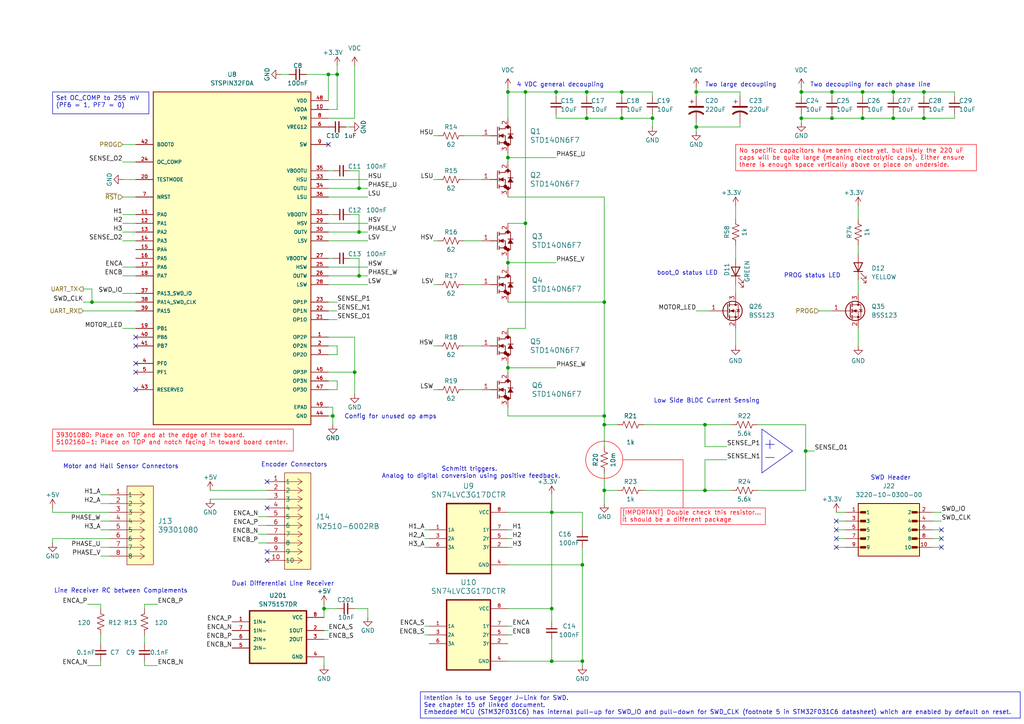
<source format=kicad_sch>
(kicad_sch (version 20231120) (generator "eeschema") (generator_version "8.0")
  (paper "A4")
  (junction (at 201.93 36.83))
  (junction (at 168.91 163.83))
  (junction (at 267.97 34.29))
  (junction (at 104.14 80.01))
  (junction (at 241.3 34.29))
  (junction (at 267.97 26.67))
  (junction (at 170.18 26.67))
  (junction (at 180.34 34.29))
  (junction (at 147.32 26.67))
  (junction (at 175.26 120.65))
  (junction (at 204.47 142.24))
  (junction (at 259.08 34.29))
  (junction (at 189.23 34.29))
  (junction (at 232.41 26.67))
  (junction (at 104.14 67.31))
  (junction (at 241.3 26.67))
  (junction (at 104.14 54.61))
  (junction (at 201.93 26.67))
  (junction (at 147.32 45.72))
  (junction (at 160.02 191.77))
  (junction (at 175.26 87.63))
  (junction (at 102.87 107.95))
  (junction (at 147.32 106.68))
  (junction (at 26.67 87.63))
  (junction (at 259.08 26.67))
  (junction (at 232.41 34.29))
  (junction (at 97.79 21.59))
  (junction (at 168.91 191.77))
  (junction (at 170.18 34.29))
  (junction (at 233.68 130.81))
  (junction (at 95.25 21.59))
  (junction (at 204.47 123.19))
  (junction (at 147.32 76.2))
  (junction (at 152.4 26.67))
  (junction (at 250.19 34.29))
  (junction (at 250.19 26.67))
  (junction (at 161.29 26.67))
  (junction (at 175.26 123.19))
  (junction (at 160.02 148.59))
  (junction (at 180.34 26.67))
  (junction (at 93.98 176.53))
  (junction (at 160.02 176.53))
  (junction (at 152.4 64.77))
  (junction (at 175.26 142.24))
  (junction (at 96.52 120.65))
  (no_connect (at 39.37 105.41))
  (no_connect (at 77.47 160.02))
  (no_connect (at 273.05 158.75))
  (no_connect (at 39.37 100.33))
  (no_connect (at 77.47 139.7))
  (no_connect (at 95.25 41.91))
  (no_connect (at 242.57 156.21))
  (no_connect (at 77.47 162.56))
  (no_connect (at 242.57 158.75))
  (no_connect (at 77.47 147.32))
  (no_connect (at 242.57 153.67))
  (no_connect (at 273.05 153.67))
  (no_connect (at 39.37 97.79))
  (no_connect (at 39.37 107.95))
  (no_connect (at 242.57 151.13))
  (no_connect (at 39.37 113.03))
  (no_connect (at 273.05 156.21))
  (wire (pts (xy 95.25 92.71) (xy 97.79 92.71)))
  (wire (pts (xy 270.51 156.21) (xy 273.05 156.21)))
  (wire (pts (xy 267.97 26.67) (xy 276.86 26.67)))
  (wire (pts (xy 204.47 133.35) (xy 210.82 133.35)))
  (wire (pts (xy 241.3 33.02) (xy 241.3 34.29)))
  (wire (pts (xy 95.25 118.11) (xy 96.52 118.11)))
  (wire (pts (xy 168.91 148.59) (xy 168.91 153.67)))
  (wire (pts (xy 175.26 123.19) (xy 175.26 129.54)))
  (wire (pts (xy 161.29 26.67) (xy 170.18 26.67)))
  (polyline (pts (xy 223.3156 128.8822) (xy 223.3156 130.1522)))
  (wire (pts (xy 95.25 21.59) (xy 95.25 29.21)))
  (wire (pts (xy 170.18 33.02) (xy 170.18 34.29)))
  (wire (pts (xy 97.79 113.03) (xy 97.79 110.49)))
  (wire (pts (xy 101.6 62.23) (xy 104.14 62.23)))
  (wire (pts (xy 242.57 151.13) (xy 245.11 151.13)))
  (polyline (pts (xy 220.98 124.46) (xy 220.98 137.16)))
  (wire (pts (xy 242.57 153.67) (xy 245.11 153.67)))
  (wire (pts (xy 29.21 151.13) (xy 31.75 151.13)))
  (wire (pts (xy 148.59 156.21) (xy 147.32 156.21)))
  (wire (pts (xy 267.97 34.29) (xy 276.86 34.29)))
  (wire (pts (xy 95.25 90.17) (xy 97.79 90.17)))
  (wire (pts (xy 201.93 25.4) (xy 201.93 26.67)))
  (polyline (pts (xy 222.0456 132.6922) (xy 224.5856 132.6922)))
  (wire (pts (xy 134.62 82.55) (xy 139.7 82.55)))
  (wire (pts (xy 95.25 120.65) (xy 96.52 120.65)))
  (wire (pts (xy 41.91 191.77) (xy 41.91 193.04)))
  (wire (pts (xy 88.9 21.59) (xy 95.25 21.59)))
  (wire (pts (xy 147.32 87.63) (xy 175.26 87.63)))
  (wire (pts (xy 106.68 69.85) (xy 95.25 69.85)))
  (wire (pts (xy 186.69 142.24) (xy 204.47 142.24)))
  (wire (pts (xy 134.62 113.03) (xy 139.7 113.03)))
  (wire (pts (xy 250.19 26.67) (xy 259.08 26.67)))
  (wire (pts (xy 35.56 64.77) (xy 39.37 64.77)))
  (wire (pts (xy 232.41 34.29) (xy 232.41 35.56)))
  (wire (pts (xy 102.87 176.53) (xy 106.68 176.53)))
  (wire (pts (xy 102.87 107.95) (xy 102.87 114.3)))
  (wire (pts (xy 26.67 87.63) (xy 39.37 87.63)))
  (wire (pts (xy 201.93 27.94) (xy 201.93 26.67)))
  (wire (pts (xy 214.63 26.67) (xy 214.63 27.94)))
  (wire (pts (xy 213.36 95.25) (xy 213.36 100.33)))
  (wire (pts (xy 147.32 44.45) (xy 147.32 45.72)))
  (wire (pts (xy 29.21 184.15) (xy 29.21 186.69)))
  (wire (pts (xy 74.93 154.94) (xy 77.47 154.94)))
  (wire (pts (xy 148.59 158.75) (xy 147.32 158.75)))
  (wire (pts (xy 248.92 71.12) (xy 248.92 73.66)))
  (wire (pts (xy 81.28 21.59) (xy 83.82 21.59)))
  (wire (pts (xy 241.3 34.29) (xy 250.19 34.29)))
  (wire (pts (xy 123.19 184.15) (xy 124.46 184.15)))
  (wire (pts (xy 160.02 185.42) (xy 160.02 191.77)))
  (wire (pts (xy 123.19 156.21) (xy 124.46 156.21)))
  (wire (pts (xy 35.56 77.47) (xy 39.37 77.47)))
  (wire (pts (xy 241.3 26.67) (xy 241.3 27.94)))
  (wire (pts (xy 25.4 193.04) (xy 29.21 193.04)))
  (wire (pts (xy 96.52 120.65) (xy 96.52 123.19)))
  (wire (pts (xy 267.97 26.67) (xy 267.97 27.94)))
  (wire (pts (xy 125.73 113.03) (xy 127 113.03)))
  (wire (pts (xy 35.56 95.25) (xy 39.37 95.25)))
  (wire (pts (xy 147.32 26.67) (xy 147.32 34.29)))
  (wire (pts (xy 35.56 85.09) (xy 39.37 85.09)))
  (wire (pts (xy 233.68 130.81) (xy 236.22 130.81)))
  (wire (pts (xy 160.02 176.53) (xy 160.02 180.34)))
  (wire (pts (xy 97.79 102.87) (xy 97.79 100.33)))
  (wire (pts (xy 24.13 83.82) (xy 26.67 83.82)))
  (wire (pts (xy 41.91 175.26) (xy 41.91 176.53)))
  (polyline (pts (xy 180.711 133.3548) (xy 198.12 133.35)) (stroke (width 0) (color 255 0 13 1)))
  (wire (pts (xy 232.41 26.67) (xy 241.3 26.67)))
  (wire (pts (xy 125.73 52.07) (xy 127 52.07)))
  (wire (pts (xy 95.25 80.01) (xy 104.14 80.01)))
  (wire (pts (xy 201.93 36.83) (xy 201.93 38.1)))
  (wire (pts (xy 95.25 185.42) (xy 93.98 185.42)))
  (wire (pts (xy 95.25 113.03) (xy 97.79 113.03)))
  (wire (pts (xy 104.14 54.61) (xy 106.68 54.61)))
  (wire (pts (xy 35.56 67.31) (xy 39.37 67.31)))
  (wire (pts (xy 96.52 118.11) (xy 96.52 120.65)))
  (wire (pts (xy 189.23 26.67) (xy 189.23 27.94)))
  (wire (pts (xy 175.26 137.16) (xy 175.26 142.24)))
  (wire (pts (xy 102.87 97.79) (xy 102.87 107.95)))
  (wire (pts (xy 152.4 26.67) (xy 161.29 26.67)))
  (wire (pts (xy 147.32 105.41) (xy 147.32 106.68)))
  (wire (pts (xy 95.25 82.55) (xy 106.68 82.55)))
  (wire (pts (xy 35.56 80.01) (xy 39.37 80.01)))
  (wire (pts (xy 104.14 80.01) (xy 106.68 80.01)))
  (wire (pts (xy 248.92 81.28) (xy 248.92 85.09)))
  (wire (pts (xy 60.96 144.78) (xy 77.47 144.78)))
  (wire (pts (xy 175.26 142.24) (xy 175.26 146.05)))
  (wire (pts (xy 250.19 26.67) (xy 250.19 27.94)))
  (wire (pts (xy 125.73 39.37) (xy 127 39.37)))
  (wire (pts (xy 104.14 74.93) (xy 104.14 80.01)))
  (wire (pts (xy 24.13 87.63) (xy 26.67 87.63)))
  (wire (pts (xy 29.21 175.26) (xy 29.21 176.53)))
  (wire (pts (xy 97.79 21.59) (xy 97.79 31.75)))
  (wire (pts (xy 168.91 158.75) (xy 168.91 163.83)))
  (wire (pts (xy 95.25 107.95) (xy 102.87 107.95)))
  (wire (pts (xy 95.25 77.47) (xy 106.68 77.47)))
  (wire (pts (xy 175.26 123.19) (xy 179.07 123.19)))
  (wire (pts (xy 160.02 148.59) (xy 160.02 176.53)))
  (wire (pts (xy 15.24 148.59) (xy 15.24 147.32)))
  (wire (pts (xy 248.92 95.25) (xy 248.92 100.33)))
  (wire (pts (xy 168.91 163.83) (xy 168.91 191.77)))
  (wire (pts (xy 29.21 153.67) (xy 31.75 153.67)))
  (wire (pts (xy 95.25 102.87) (xy 97.79 102.87)))
  (wire (pts (xy 77.47 152.4) (xy 74.93 152.4)))
  (wire (pts (xy 31.75 148.59) (xy 15.24 148.59)))
  (wire (pts (xy 95.25 87.63) (xy 97.79 87.63)))
  (wire (pts (xy 95.25 97.79) (xy 102.87 97.79)))
  (wire (pts (xy 270.51 148.59) (xy 273.05 148.59)))
  (wire (pts (xy 232.41 26.67) (xy 232.41 27.94)))
  (wire (pts (xy 134.62 52.07) (xy 139.7 52.07)))
  (wire (pts (xy 147.32 57.15) (xy 175.26 57.15)))
  (wire (pts (xy 232.41 33.02) (xy 232.41 34.29)))
  (wire (pts (xy 204.47 129.54) (xy 210.82 129.54)))
  (wire (pts (xy 214.63 36.83) (xy 214.63 35.56)))
  (wire (pts (xy 204.47 123.19) (xy 186.69 123.19)))
  (wire (pts (xy 35.56 41.91) (xy 39.37 41.91)))
  (wire (pts (xy 189.23 34.29) (xy 189.23 33.02)))
  (polyline (pts (xy 223.3156 127.6122) (xy 223.3156 128.8822)))
  (wire (pts (xy 160.02 148.59) (xy 168.91 148.59)))
  (wire (pts (xy 259.08 26.67) (xy 259.08 27.94)))
  (wire (pts (xy 219.71 142.24) (xy 233.68 142.24)))
  (wire (pts (xy 152.4 64.77) (xy 147.32 64.77)))
  (wire (pts (xy 104.14 62.23) (xy 104.14 67.31)))
  (wire (pts (xy 148.59 153.67) (xy 147.32 153.67)))
  (wire (pts (xy 147.32 184.15) (xy 148.59 184.15)))
  (wire (pts (xy 93.98 175.26) (xy 93.98 176.53)))
  (wire (pts (xy 160.02 191.77) (xy 168.91 191.77)))
  (wire (pts (xy 259.08 26.67) (xy 267.97 26.67)))
  (wire (pts (xy 74.93 149.86) (xy 77.47 149.86)))
  (wire (pts (xy 233.68 130.81) (xy 233.68 142.24)))
  (wire (pts (xy 95.25 52.07) (xy 106.68 52.07)))
  (wire (pts (xy 241.3 26.67) (xy 250.19 26.67)))
  (polyline (pts (xy 220.98 137.16) (xy 229.87 130.81)))
  (wire (pts (xy 95.25 57.15) (xy 106.68 57.15)))
  (wire (pts (xy 180.34 34.29) (xy 189.23 34.29)))
  (wire (pts (xy 104.14 49.53) (xy 104.14 54.61)))
  (wire (pts (xy 95.25 100.33) (xy 97.79 100.33)))
  (wire (pts (xy 201.93 26.67) (xy 214.63 26.67)))
  (wire (pts (xy 175.26 87.63) (xy 175.26 120.65)))
  (wire (pts (xy 242.57 148.59) (xy 245.11 148.59)))
  (wire (pts (xy 123.19 181.61) (xy 124.46 181.61)))
  (wire (pts (xy 204.47 129.54) (xy 204.47 123.19)))
  (wire (pts (xy 100.33 36.83) (xy 101.6 36.83)))
  (wire (pts (xy 201.93 35.56) (xy 201.93 36.83)))
  (wire (pts (xy 201.93 90.17) (xy 205.74 90.17)))
  (wire (pts (xy 201.93 36.83) (xy 214.63 36.83)))
  (wire (pts (xy 95.25 110.49) (xy 97.79 110.49)))
  (wire (pts (xy 106.68 64.77) (xy 95.25 64.77)))
  (wire (pts (xy 213.36 59.69) (xy 213.36 63.5)))
  (wire (pts (xy 160.02 143.51) (xy 160.02 148.59)))
  (wire (pts (xy 152.4 64.77) (xy 152.4 95.25)))
  (wire (pts (xy 204.47 142.24) (xy 212.09 142.24)))
  (wire (pts (xy 93.98 190.5) (xy 93.98 193.04)))
  (wire (pts (xy 175.26 142.24) (xy 179.07 142.24)))
  (wire (pts (xy 233.68 123.19) (xy 233.68 130.81)))
  (wire (pts (xy 35.56 57.15) (xy 39.37 57.15)))
  (wire (pts (xy 15.24 156.21) (xy 15.24 157.48)))
  (wire (pts (xy 123.19 158.75) (xy 124.46 158.75)))
  (wire (pts (xy 125.73 69.85) (xy 127 69.85)))
  (wire (pts (xy 29.21 146.05) (xy 31.75 146.05)))
  (wire (pts (xy 213.36 71.12) (xy 213.36 74.93)))
  (wire (pts (xy 101.6 74.93) (xy 104.14 74.93)))
  (wire (pts (xy 147.32 106.68) (xy 147.32 107.95)))
  (wire (pts (xy 180.34 26.67) (xy 180.34 27.94)))
  (wire (pts (xy 31.75 156.21) (xy 15.24 156.21)))
  (wire (pts (xy 152.4 26.67) (xy 152.4 64.77)))
  (wire (pts (xy 147.32 95.25) (xy 152.4 95.25)))
  (wire (pts (xy 147.32 25.4) (xy 147.32 26.67)))
  (wire (pts (xy 95.25 62.23) (xy 96.52 62.23)))
  (wire (pts (xy 147.32 76.2) (xy 161.29 76.2)))
  (wire (pts (xy 147.32 76.2) (xy 147.32 77.47)))
  (wire (pts (xy 102.87 19.05) (xy 102.87 34.29)))
  (wire (pts (xy 270.51 153.67) (xy 273.05 153.67)))
  (wire (pts (xy 25.4 175.26) (xy 29.21 175.26)))
  (wire (pts (xy 270.51 158.75) (xy 273.05 158.75)))
  (wire (pts (xy 147.32 120.65) (xy 147.32 118.11)))
  (wire (pts (xy 232.41 34.29) (xy 241.3 34.29)))
  (wire (pts (xy 95.25 34.29) (xy 102.87 34.29)))
  (wire (pts (xy 213.36 82.55) (xy 213.36 85.09)))
  (wire (pts (xy 242.57 158.75) (xy 245.11 158.75)))
  (wire (pts (xy 147.32 45.72) (xy 147.32 46.99)))
  (wire (pts (xy 259.08 33.02) (xy 259.08 34.29)))
  (wire (pts (xy 24.13 90.17) (xy 39.37 90.17)))
  (wire (pts (xy 97.79 31.75) (xy 95.25 31.75)))
  (wire (pts (xy 276.86 33.02) (xy 276.86 34.29)))
  (wire (pts (xy 29.21 191.77) (xy 29.21 193.04)))
  (wire (pts (xy 45.72 193.04) (xy 41.91 193.04)))
  (wire (pts (xy 134.62 69.85) (xy 139.7 69.85)))
  (polyline (pts (xy 220.98 124.46) (xy 229.87 130.81)))
  (wire (pts (xy 250.19 33.02) (xy 250.19 34.29)))
  (wire (pts (xy 41.91 184.15) (xy 41.91 186.69)))
  (wire (pts (xy 189.23 34.29) (xy 189.23 36.83)))
  (wire (pts (xy 35.56 69.85) (xy 39.37 69.85)))
  (wire (pts (xy 147.32 181.61) (xy 148.59 181.61)))
  (wire (pts (xy 29.21 161.29) (xy 31.75 161.29)))
  (wire (pts (xy 170.18 34.29) (xy 180.34 34.29)))
  (polyline (pts (xy 222.0456 128.8822) (xy 224.5856 128.8822)))
  (wire (pts (xy 101.6 49.53) (xy 104.14 49.53)))
  (wire (pts (xy 168.91 191.77) (xy 168.91 193.04)))
  (polyline (pts (xy 198.12 147.32) (xy 198.12 133.35)) (stroke (width 0) (color 255 0 13 1)))
  (wire (pts (xy 95.25 182.88) (xy 93.98 182.88)))
  (wire (pts (xy 242.57 156.21) (xy 245.11 156.21)))
  (wire (pts (xy 267.97 33.02) (xy 267.97 34.29)))
  (wire (pts (xy 237.49 90.17) (xy 241.3 90.17)))
  (wire (pts (xy 95.25 21.59) (xy 97.79 21.59)))
  (wire (pts (xy 147.32 74.93) (xy 147.32 76.2)))
  (wire (pts (xy 95.25 54.61) (xy 104.14 54.61)))
  (wire (pts (xy 232.41 25.4) (xy 232.41 26.67)))
  (wire (pts (xy 104.14 67.31) (xy 106.68 67.31)))
  (wire (pts (xy 95.25 49.53) (xy 96.52 49.53)))
  (wire (pts (xy 250.19 34.29) (xy 259.08 34.29)))
  (wire (pts (xy 147.32 148.59) (xy 160.02 148.59)))
  (wire (pts (xy 147.32 120.65) (xy 175.26 120.65)))
  (wire (pts (xy 29.21 158.75) (xy 31.75 158.75)))
  (wire (pts (xy 97.79 19.05) (xy 97.79 21.59)))
  (wire (pts (xy 147.32 163.83) (xy 168.91 163.83)))
  (wire (pts (xy 35.56 52.07) (xy 39.37 52.07)))
  (wire (pts (xy 276.86 26.67) (xy 276.86 27.94)))
  (wire (pts (xy 125.73 82.55) (xy 127 82.55)))
  (wire (pts (xy 45.72 175.26) (xy 41.91 175.26)))
  (wire (pts (xy 147.32 45.72) (xy 161.29 45.72)))
  (wire (pts (xy 147.32 26.67) (xy 152.4 26.67)))
  (wire (pts (xy 180.34 34.29) (xy 180.34 33.02)))
  (wire (pts (xy 95.25 67.31) (xy 104.14 67.31)))
  (wire (pts (xy 219.71 123.19) (xy 233.68 123.19)))
  (wire (pts (xy 125.73 100.33) (xy 127 100.33)))
  (wire (pts (xy 29.21 143.51) (xy 31.75 143.51)))
  (wire (pts (xy 270.51 151.13) (xy 273.05 151.13)))
  (wire (pts (xy 95.25 74.93) (xy 96.52 74.93)))
  (wire (pts (xy 161.29 33.02) (xy 161.29 34.29)))
  (wire (pts (xy 106.68 176.53) (xy 106.68 179.07)))
  (wire (pts (xy 170.18 26.67) (xy 180.34 26.67)))
  (wire (pts (xy 175.26 120.65) (xy 175.26 123.19)))
  (wire (pts (xy 161.29 26.67) (xy 161.29 27.94)))
  (wire (pts (xy 170.18 26.67) (xy 170.18 27.94)))
  (wire (pts (xy 248.92 59.69) (xy 248.92 63.5)))
  (wire (pts (xy 204.47 123.19) (xy 212.09 123.19)))
  (wire (pts (xy 77.47 142.24) (xy 60.96 142.24)))
  (wire (pts (xy 147.32 176.53) (xy 160.02 176.53)))
  (wire (pts (xy 123.19 153.67) (xy 124.46 153.67)))
  (wire (pts (xy 35.56 62.23) (xy 39.37 62.23)))
  (wire (pts (xy 93.98 176.53) (xy 97.79 176.53)))
  (wire (pts (xy 35.56 46.99) (xy 39.37 46.99)))
  (wire (pts (xy 134.62 100.33) (xy 139.7 100.33)))
  (wire (pts (xy 147.32 191.77) (xy 160.02 191.77)))
  (wire (pts (xy 134.62 39.37) (xy 139.7 39.37)))
  (wire (pts (xy 204.47 133.35) (xy 204.47 142.24)))
  (wire (pts (xy 161.29 34.29) (xy 170.18 34.29)))
  (wire (pts (xy 175.26 57.15) (xy 175.26 87.63)))
  (wire (pts (xy 147.32 106.68) (xy 161.29 106.68)))
  (wire (pts (xy 77.47 157.48) (xy 74.93 157.48)))
  (wire (pts (xy 26.67 83.82) (xy 26.67 87.63)))
  (wire (pts (xy 259.08 34.29) (xy 267.97 34.29)))
  (wire (pts (xy 93.98 176.53) (xy 93.98 179.07)))
  (wire (pts (xy 180.34 26.67) (xy 189.23 26.67)))
  (rectangle (start 180.086 147.32) (end 221.996 152.146) (stroke (width 0) (color 255 0 17 1)))
  (circle (center 175.26 133.35) (radius 5.3882) (stroke (width 0) (color 255 0 15 1)))
  (text_box "Set OC_COMP to 255 mV (PF6 = 1, PF7 = 0)" (at 15.24 26.67 0) (size 27.94 6.35) (effects (font (size 1.27 1.27)) (justify left top)))
  (text_box "39301080: Place on TOP and at the edge of the board.\n5102160-1: Place on TOP and notch facing in toward board center." (at 15.24 124.46 0) (size 69.85 6.35) (stroke (width 0) (color 255 0 11 1)) (effects (font (size 1.27 1.27)) (justify left top)))
  (text_box "Intention is to use Segger J-Link for SWD.\nSee chapter 15 of linked document.\nEmbedded MCU (STM32F031C6) has internal pull-up for SWD_IO and pull-down for SWD_CLK (footnote 5 in STM32F031C6 datasheet) which are enabled by default on reset." (at 121.92 200.66 0) (size 173.99 7.62) (effects (font (size 1.27 1.27)) (justify left top)))
  (text_box "No specific capacitors have been chose yet, but likely the 220 uF caps will be quite large (meaning electrolytic caps). Either ensure there is enough space vertically above or place on underside." (at 213.36 41.91 0) (size 69.85 7.62) (stroke (width 0) (color 255 0 11 1)) (effects (font (size 1.27 1.27)) (justify left top)))
  (text "PROG status LED" (at 227.33 80.772 0) (effects (font (size 1.27 1.27)) (justify left bottom)))
  (text "Two large decoupling" (at 204.47 25.4 0) (effects (font (size 1.27 1.27)) (justify left bottom)))
  (text "[IMPORTANT] Double check this resistor...\nIt should be a different package" (at 180.34 149.86 0) (effects (font (size 1.27 1.27)) (justify left)))
  (text "Dual Differential Line Receiver\n" (at 82.042 169.418 0) (effects (font (size 1.27 1.27))))
  (text "Config for unused op amps" (at 113.284 120.904 0) (effects (font (size 1.27 1.27))))
  (text "Encoder Connectors" (at 85.344 134.874 0) (effects (font (size 1.27 1.27))))
  (text "Line Receiver RC between Complements" (at 35.052 171.45 0) (effects (font (size 1.27 1.27))))
  (text "Motor and Hall Sensor Connectors" (at 35.052 135.382 0) (effects (font (size 1.27 1.27))))
  (text "Schmitt triggers. \nAnalog to digital conversion using positive feedback." (at 136.652 137.16 0) (effects (font (size 1.27 1.27))))
  (text "boot_0 status LED" (at 190.5 80.01 0) (effects (font (size 1.27 1.27)) (justify left bottom)))
  (text "SWD Header" (at 258.318 138.684 0) (effects (font (size 1.27 1.27))))
  (text "Two decoupling for each phase line" (at 234.95 25.4 0) (effects (font (size 1.27 1.27)) (justify left bottom)))
  (text "4 VDC general decoupling" (at 149.86 25.4 0) (effects (font (size 1.27 1.27)) (justify left bottom)))
  (text "Low Side BLDC Current Sensing" (at 204.978 116.332 0) (effects (font (size 1.27 1.27))))
  (label "PHASE_V" (at 161.29 76.2 0))
  (label "H3_A" (at 123.19 158.75 180))
  (label "H1_A" (at 29.21 143.51 180))
  (label "SWD_IO" (at 273.05 148.59 0))
  (label "PHASE_W" (at 29.21 151.13 180))
  (label "ENCA_P" (at 74.93 152.4 180))
  (label "SWD_CLK" (at 24.13 87.63 180))
  (label "PHASE_U" (at 161.29 45.72 0))
  (label "SENSE_O1" (at 236.22 130.81 0))
  (label "H3_A" (at 29.21 153.67 180))
  (label "ENCA_S" (at 95.25 182.88 0))
  (label "ENCB" (at 148.59 184.15 0))
  (label "HSW" (at 106.68 77.47 0))
  (label "SENSE_O2" (at 35.56 46.99 180))
  (label "SENSE_O1" (at 97.79 92.71 0))
  (label "H1" (at 148.59 153.67 0))
  (label "H2" (at 148.59 156.21 0))
  (label "MOTOR_LED" (at 35.56 95.25 180))
  (label "ENCA_N" (at 25.4 193.04 180))
  (label "HSU" (at 106.68 52.07 0))
  (label "ENCB_S" (at 123.19 184.15 180))
  (label "ENCA_N" (at 74.93 149.86 180))
  (label "HSV" (at 106.68 64.77 0))
  (label "ENCB_N" (at 45.72 193.04 0))
  (label "ENCB_S" (at 95.25 185.42 0))
  (label "PHASE_U" (at 29.21 158.75 180))
  (label "PHASE_V" (at 29.21 161.29 180))
  (label "SENSE_O2" (at 35.56 69.85 180))
  (label "ENCA_P" (at 67.31 180.34 180))
  (label "ENCA_S" (at 123.19 181.61 180))
  (label "ENCB_P" (at 74.93 157.48 180))
  (label "SWD_IO" (at 35.56 85.09 180))
  (label "HSU" (at 125.73 39.37 180))
  (label "MOTOR_LED" (at 201.93 90.17 180))
  (label "PHASE_V" (at 106.68 67.31 0))
  (label "LSV" (at 125.73 82.55 180))
  (label "HSV" (at 125.73 69.85 180))
  (label "SENSE_P1" (at 210.82 129.54 0))
  (label "ENCB_P" (at 67.31 185.42 180))
  (label "ENCA" (at 148.59 181.61 0))
  (label "HSW" (at 125.73 100.33 180))
  (label "PHASE_W" (at 161.29 106.68 0))
  (label "H1" (at 35.56 62.23 180))
  (label "ENCA_P" (at 25.4 175.26 180))
  (label "ENCB_N" (at 67.31 187.96 180))
  (label "ENCB_P" (at 45.72 175.26 0))
  (label "ENCA_N" (at 67.31 182.88 180))
  (label "LSU" (at 125.73 52.07 180))
  (label "SENSE_N1" (at 97.79 90.17 0))
  (label "H2_A" (at 29.21 146.05 180))
  (label "LSW" (at 125.73 113.03 180))
  (label "ENCB_N" (at 74.93 154.94 180))
  (label "PHASE_W" (at 106.68 80.01 0))
  (label "H2" (at 35.56 64.77 180))
  (label "H3" (at 35.56 67.31 180))
  (label "PHASE_U" (at 106.68 54.61 0))
  (label "H1_A" (at 123.19 153.67 180))
  (label "LSW" (at 106.68 82.55 0))
  (label "SENSE_P1" (at 97.79 87.63 0))
  (label "H2_A" (at 123.19 156.21 180))
  (label "LSV" (at 106.68 69.85 0))
  (label "SENSE_N1" (at 210.82 133.35 0))
  (label "H3" (at 148.59 158.75 0))
  (label "ENCB" (at 35.56 80.01 180))
  (label "SWD_CLK" (at 273.05 151.13 0))
  (label "LSU" (at 106.68 57.15 0))
  (label "ENCA" (at 35.56 77.47 180))
  (hierarchical_label "UART_RX" (shape input) (at 24.13 90.17 180))
  (hierarchical_label "UART_TX" (shape output) (at 24.13 83.82 180))
  (hierarchical_label "~{RST}" (shape input) (at 35.56 57.15 180))
  (hierarchical_label "PROG" (shape input) (at 35.56 41.91 180))
  (hierarchical_label "PROG" (shape input) (at 237.49 90.17 180))
  (symbol (lib_id "Device:C_Small") (at 168.91 156.21 0) (unit 1)
    (property "Reference" "C16" (at 163.83 154.94 0))
    (property "Value" "100nF" (at 165.1 157.48 0))
    (property "Footprint" "Capacitor_SMD:C_0603_1608Metric" (effects (hide yes)))
    (property "Description" "Unpolarized capacitor, small symbol" (effects (hide yes)))
    (instances (project "motorboard-v1.0" (path "" (reference "C16") (unit 1)) (path "" (reference "C62") (unit 1)) (path "" (reference "C85") (unit 1)) (path "" (reference "C39") (unit 1))))
  )
  (symbol (lib_id "power:GND") (at 232.41 35.56 0) (unit 1)
    (property "Reference" "#PWR052" (effects (hide yes)))
    (property "Value" "GND" (at 232.41 39.37 0))
    (property "Description" "Power symbol creates a global label with name \"GND\" , ground" (effects (hide yes)))
    (instances (project "motorboard-v1.0" (path "" (reference "#PWR052") (unit 1)) (path "" (reference "#PWR0102") (unit 1)) (path "" (reference "#PWR0127") (unit 1)) (path "" (reference "#PWR077") (unit 1))))
  )
  (symbol (lib_id "power:VDC") (at 147.32 25.4 0) (unit 1)
    (property "Reference" "#PWR044" (effects (hide yes)))
    (property "Value" "VDC" (at 147.32 20.32 0))
    (property "Description" "Power symbol creates a global label with name \"VDC\"" (effects (hide yes)))
    (instances (project "motorboard-v1.0" (path "" (reference "#PWR044") (unit 1)) (path "" (reference "#PWR094") (unit 1)) (path "" (reference "#PWR0119") (unit 1)) (path "" (reference "#PWR069") (unit 1))))
  )
  (symbol (lib_id "Device:R_US") (at 215.9 123.19 90) (unit 1)
    (property "Reference" "R22" (at 215.9 120.65 90))
    (property "Value" "5.6k" (at 215.9 125.73 90))
    (property "Footprint" "Resistor_SMD:R_0603_1608Metric" (effects (hide yes)))
    (property "Description" "Resistor, US symbol" (effects (hide yes)))
    (instances (project "motorboard-v1.0" (path "" (reference "R22") (unit 1)) (path "" (reference "R54") (unit 1)) (path "" (reference "R70") (unit 1)) (path "" (reference "R38") (unit 1))))
  )
  (symbol (lib_id "Device:C_Small") (at 241.3 30.48 0) (unit 1)
    (property "Reference" "C25" (at 242.57 29.21 0) (effects (justify left)))
    (property "Value" "10uF" (at 242.57 31.75 0) (effects (justify left)))
    (property "Footprint" "Capacitor_SMD:C_1206_3216Metric" (effects (hide yes)))
    (property "Description" "Unpolarized capacitor, small symbol" (effects (hide yes)))
    (instances (project "motorboard-v1.0" (path "" (reference "C25") (unit 1)) (path "" (reference "C71") (unit 1)) (path "" (reference "C94") (unit 1)) (path "" (reference "C48") (unit 1))))
  )
  (symbol (lib_id "RoboJackets-IC:SN74LVC3G17DCTR") (at 115.57 151.13 0) (unit 1)
    (property "Reference" "U9" (at 135.89 140.97 0) (effects (font (size 1.524 1.524))))
    (property "Value" "SN74LVC3G17DCTR" (at 135.89 143.51 0) (effects (font (size 1.524 1.524))))
    (property "Footprint" "RoboJackets-IC:SOP65P400X130-8N" (effects (hide yes)))
    (property "Datasheet" "https://www.ti.com/lit/ds/symlink/sn74lvc3g17.pdf?ts=1726403224895" (effects (hide yes)))
    (property "Description" "3-ch, 1.65-V to 5.5-V buffers with Schmitt-Trigger inputs" (effects (hide yes)))
    (property "Vendor" "Digikey" (effects (hide yes)))
    (property "Vendor P/N" "296-16915-1-ND" (effects (hide yes)))
    (property "Vendor URL" "https://www.digikey.com/en/products/detail/texas-instruments/SN74LVC3G17DCTR/644202" (effects (hide yes)))
    (property "Manufacturer" "Texas Instruments" (effects (hide yes)))
    (property "Manufacturer P/N" "SN74LVC3G17DCTR" (effects (hide yes)))
    (instances (project "motorboard-v1.0" (path "" (reference "U9") (unit 1)) (path "" (reference "U15") (unit 1)) (path "" (reference "U18") (unit 1)) (path "" (reference "U12") (unit 1))))
  )
  (symbol (lib_id "power:VDC") (at 232.41 25.4 0) (unit 1)
    (property "Reference" "#PWR051" (effects (hide yes)))
    (property "Value" "VDC" (at 232.41 20.32 0))
    (property "Description" "Power symbol creates a global label with name \"VDC\"" (effects (hide yes)))
    (instances (project "motorboard-v1.0" (path "" (reference "#PWR051") (unit 1)) (path "" (reference "#PWR0101") (unit 1)) (path "" (reference "#PWR0126") (unit 1)) (path "" (reference "#PWR076") (unit 1))))
  )
  (symbol (lib_id "Device:C_Small") (at 276.86 30.48 0) (unit 1)
    (property "Reference" "C29" (at 278.13 29.21 0) (effects (justify left)))
    (property "Value" "10uF" (at 278.13 31.75 0) (effects (justify left)))
    (property "Footprint" "Capacitor_SMD:C_1206_3216Metric" (effects (hide yes)))
    (property "Description" "Unpolarized capacitor, small symbol" (effects (hide yes)))
    (instances (project "motorboard-v1.0" (path "" (reference "C29") (unit 1)) (path "" (reference "C75") (unit 1)) (path "" (reference "C98") (unit 1)) (path "" (reference "C52") (unit 1))))
  )
  (symbol (lib_id "power:GND") (at 106.68 179.07 0) (unit 1)
    (property "Reference" "#PWR0203" (effects (hide yes)))
    (property "Value" "GND" (at 106.68 182.88 0))
    (property "Description" "Power symbol creates a global label with name \"GND\" , ground" (effects (hide yes)))
    (instances (project "motorboard-v1.0" (path "" (reference "#PWR0203") (unit 1)) (path "" (reference "#PWR0303") (unit 1)) (path "" (reference "#PWR0403") (unit 1)) (path "" (reference "#PWR0503") (unit 1))))
  )
  (symbol (lib_id "RoboJackets-Transistors:STD140N6F7") (at 146.05 82.55 0) (unit 1)
    (property "Reference" "Q4" (at 154.178 81.28 0) (effects (font (size 1.524 1.524)) (justify left)))
    (property "Value" "STD140N6F7" (at 154.178 83.82 0) (effects (font (size 1.524 1.524)) (justify left)))
    (property "Footprint" "RoboJackets-Transistors:DPAKTO-252_A2_STM" (effects (hide yes)))
    (property "Datasheet" "https://www.st.com/content/ccc/resource/technical/document/datasheet/group1/de/02/69/d9/32/b8/44/66/DM00257307/files/DM00257307.pdf/jcr:content/translations/en.DM00257307.pdf" (effects (hide yes)))
    (property "Description" "MOSFET N-CH 60V 80A DPAK" (effects (hide yes)))
    (property "Vendor" "Digikey" (effects (hide yes)))
    (property "Vendor P/N" "497-16937-1-ND" (effects (hide yes)))
    (property "Vendor URL" "https://www.digikey.com/en/products/detail/stmicroelectronics/STD140N6F7/6230146" (effects (hide yes)))
    (property "Manufacturer" "STMicroelectronics" (effects (hide yes)))
    (property "Manufacturer P/N" "STD140N6F7" (effects (hide yes)))
    (instances (project "motorboard-v1.0" (path "" (reference "Q4") (unit 1)) (path "" (reference "Q22") (unit 1)) (path "" (reference "Q31") (unit 1)) (path "" (reference "Q13") (unit 1))))
  )
  (symbol (lib_id "Device:C_Small") (at 99.06 74.93 90) (unit 1)
    (property "Reference" "C13" (at 102.87 73.66 90))
    (property "Value" "100nF" (at 109.22 73.66 90))
    (property "Footprint" "Capacitor_SMD:C_0603_1608Metric" (effects (hide yes)))
    (property "Description" "Unpolarized capacitor, small symbol" (effects (hide yes)))
    (instances (project "motorboard-v1.0" (path "" (reference "C13") (unit 1)) (path "" (reference "C59") (unit 1)) (path "" (reference "C82") (unit 1)) (path "" (reference "C36") (unit 1))))
  )
  (symbol (lib_id "power:+5V") (at 93.98 175.26 0) (unit 1)
    (property "Reference" "#PWR0201" (effects (hide yes)))
    (property "Value" "+5V" (at 93.98 171.45 0))
    (property "Description" "Power symbol creates a global label with name \"+5V\"" (effects (hide yes)))
    (instances (project "motorboard-v1.0" (path "" (reference "#PWR0201") (unit 1)) (path "" (reference "#PWR0301") (unit 1)) (path "" (reference "#PWR0401") (unit 1)) (path "" (reference "#PWR0501") (unit 1))))
  )
  (symbol (lib_id "Device:C_Small") (at 160.02 182.88 0) (unit 1)
    (property "Reference" "C14" (at 165.1 181.61 0))
    (property "Value" "100nF" (at 165.1 184.15 0))
    (property "Footprint" "Capacitor_SMD:C_0603_1608Metric" (effects (hide yes)))
    (property "Description" "Unpolarized capacitor, small symbol" (effects (hide yes)))
    (instances (project "motorboard-v1.0" (path "" (reference "C14") (unit 1)) (path "" (reference "C60") (unit 1)) (path "" (reference "C83") (unit 1)) (path "" (reference "C37") (unit 1))))
  )
  (symbol (lib_id "Device:C_Small") (at 259.08 30.48 0) (unit 1)
    (property "Reference" "C27" (at 260.35 29.21 0) (effects (justify left)))
    (property "Value" "10uF" (at 260.35 31.75 0) (effects (justify left)))
    (property "Footprint" "Capacitor_SMD:C_1206_3216Metric" (effects (hide yes)))
    (property "Description" "Unpolarized capacitor, small symbol" (effects (hide yes)))
    (instances (project "motorboard-v1.0" (path "" (reference "C27") (unit 1)) (path "" (reference "C73") (unit 1)) (path "" (reference "C96") (unit 1)) (path "" (reference "C50") (unit 1))))
  )
  (symbol (lib_id "RoboJackets-Transistors:STD140N6F7") (at 146.05 100.33 0) (unit 1)
    (property "Reference" "Q5" (at 153.67 99.06 0) (effects (font (size 1.524 1.524)) (justify left)))
    (property "Value" "STD140N6F7" (at 153.67 101.6 0) (effects (font (size 1.524 1.524)) (justify left)))
    (property "Footprint" "RoboJackets-Transistors:DPAKTO-252_A2_STM" (effects (hide yes)))
    (property "Datasheet" "https://www.st.com/content/ccc/resource/technical/document/datasheet/group1/de/02/69/d9/32/b8/44/66/DM00257307/files/DM00257307.pdf/jcr:content/translations/en.DM00257307.pdf" (effects (hide yes)))
    (property "Description" "MOSFET N-CH 60V 80A DPAK" (effects (hide yes)))
    (property "Vendor" "Digikey" (effects (hide yes)))
    (property "Vendor P/N" "497-16937-1-ND" (effects (hide yes)))
    (property "Vendor URL" "https://www.digikey.com/en/products/detail/stmicroelectronics/STD140N6F7/6230146" (effects (hide yes)))
    (property "Manufacturer" "STMicroelectronics" (effects (hide yes)))
    (property "Manufacturer P/N" "STD140N6F7" (effects (hide yes)))
    (instances (project "motorboard-v1.0" (path "" (reference "Q5") (unit 1)) (path "" (reference "Q23") (unit 1)) (path "" (reference "Q32") (unit 1)) (path "" (reference "Q14") (unit 1))))
  )
  (symbol (lib_id "power:GND") (at 96.52 123.19 0) (unit 1)
    (property "Reference" "#PWR040" (effects (hide yes)))
    (property "Value" "GND" (at 96.52 127 0))
    (property "Description" "Power symbol creates a global label with name \"GND\" , ground" (effects (hide yes)))
    (instances (project "motorboard-v1.0" (path "" (reference "#PWR040") (unit 1)) (path "" (reference "#PWR090") (unit 1)) (path "" (reference "#PWR0115") (unit 1)) (path "" (reference "#PWR065") (unit 1))))
  )
  (symbol (lib_id "RoboJackets-Connectors:3220-10-0300-00") (at 257.81 153.67 0) (unit 1)
    (property "Reference" "J22" (at 257.81 140.97 0))
    (property "Value" "3220-10-0300-00" (at 257.81 143.51 0))
    (property "Footprint" "RoboJackets-Connectors:CNC_3220-10-0300-00" (effects (hide yes)))
    (property "Datasheet" "https://www.cnctech.us/pdfs/3220-XX-0300-00_.pdf" (effects (hide yes)))
    (property "Description" "Connector Header Surface Mount 10 position 0.050\" (1.27mm)" (effects (hide yes)))
    (property "PARTREV" "D" (effects (hide yes)))
    (property "STANDARD" "Manufacturer Recommendations" (effects (hide yes)))
    (property "MAXIMUM_PACKAGE_HEIGHT" "5.55 mm" (effects (hide yes)))
    (property "MANUFACTURER" "CnC Tech" (effects (hide yes)))
    (property "Vendor" "Digikey" (effects (hide yes)))
    (property "Vendor P/N" "1175-1629-ND" (effects (hide yes)))
    (property "Vendor URL" "https://www.digikey.com/en/products/detail/3220-10-0300-00/1175-1629-ND/3883266?curr=usd&utm_campaign=buynow&utm_medium=aggregator&utm_source=octopart" (effects (hide yes)))
    (property "Manufacturer P/N" "3220-10-0300-00" (effects (hide yes)))
    (instances (project "motorboard-v1.0" (path "" (reference "J22") (unit 1)) (path "" (reference "J24") (unit 1)) (path "" (reference "J25") (unit 1)) (path "" (reference "J23") (unit 1))))
  )
  (symbol (lib_id "power:GND") (at 168.91 193.04 0) (unit 1)
    (property "Reference" "#PWR046" (effects (hide yes)))
    (property "Value" "GND" (at 168.91 196.85 0))
    (property "Description" "Power symbol creates a global label with name \"GND\" , ground" (effects (hide yes)))
    (instances (project "motorboard-v1.0" (path "" (reference "#PWR046") (unit 1)) (path "" (reference "#PWR096") (unit 1)) (path "" (reference "#PWR0121") (unit 1)) (path "" (reference "#PWR071") (unit 1))))
  )
  (symbol (lib_id "power:GND") (at 93.98 193.04 0) (unit 1)
    (property "Reference" "#PWR0202" (effects (hide yes)))
    (property "Value" "GND" (at 93.98 196.85 0))
    (property "Description" "Power symbol creates a global label with name \"GND\" , ground" (effects (hide yes)))
    (instances (project "motorboard-v1.0" (path "" (reference "#PWR0202") (unit 1)) (path "" (reference "#PWR0302") (unit 1)) (path "" (reference "#PWR0402") (unit 1)) (path "" (reference "#PWR0502") (unit 1))))
  )
  (symbol (lib_id "power:GND") (at 189.23 36.83 0) (unit 1)
    (property "Reference" "#PWR048" (effects (hide yes)))
    (property "Value" "GND" (at 189.23 40.64 0))
    (property "Description" "Power symbol creates a global label with name \"GND\" , ground" (effects (hide yes)))
    (instances (project "motorboard-v1.0" (path "" (reference "#PWR048") (unit 1)) (path "" (reference "#PWR098") (unit 1)) (path "" (reference "#PWR0123") (unit 1)) (path "" (reference "#PWR073") (unit 1))))
  )
  (symbol (lib_id "power:GND") (at 15.24 157.48 0) (unit 1)
    (property "Reference" "#PWR035" (effects (hide yes)))
    (property "Value" "GND" (at 15.24 161.29 0))
    (property "Description" "Power symbol creates a global label with name \"GND\" , ground" (effects (hide yes)))
    (instances (project "motorboard-v1.0" (path "" (reference "#PWR035") (unit 1)) (path "" (reference "#PWR085") (unit 1)) (path "" (reference "#PWR0110") (unit 1)) (path "" (reference "#PWR060") (unit 1))))
  )
  (symbol (lib_id "Device:LED") (at 248.92 77.47 90) (unit 1)
    (property "Reference" "D12" (at 252.73 77.7874 90) (effects (justify right)))
    (property "Value" "YELLOW" (at 252.73 80.3274 90) (effects (justify right)))
    (property "Footprint" "Diode_SMD:D_0603_1608Metric" (effects (hide yes)))
    (property "Description" "Light emitting diode" (effects (hide yes)))
    (instances (project "motorboard-v1.0" (path "" (reference "D12") (unit 1)) (path "" (reference "D16") (unit 1)) (path "" (reference "D18") (unit 1)) (path "" (reference "D14") (unit 1))))
  )
  (symbol (lib_id "Device:C_Small") (at 232.41 30.48 0) (unit 1)
    (property "Reference" "C24" (at 233.68 29.21 0) (effects (justify left)))
    (property "Value" "10uF" (at 233.68 31.75 0) (effects (justify left)))
    (property "Footprint" "Capacitor_SMD:C_1206_3216Metric" (effects (hide yes)))
    (property "Description" "Unpolarized capacitor, small symbol" (effects (hide yes)))
    (instances (project "motorboard-v1.0" (path "" (reference "C24") (unit 1)) (path "" (reference "C70") (unit 1)) (path "" (reference "C93") (unit 1)) (path "" (reference "C47") (unit 1))))
  )
  (symbol (lib_id "power:GND") (at 35.56 52.07 270) (unit 1)
    (property "Reference" "#PWR036" (effects (hide yes)))
    (property "Value" "GND" (at 31.75 52.07 0))
    (property "Description" "Power symbol creates a global label with name \"GND\" , ground" (effects (hide yes)))
    (instances (project "motorboard-v1.0" (path "" (reference "#PWR036") (unit 1)) (path "" (reference "#PWR086") (unit 1)) (path "" (reference "#PWR0111") (unit 1)) (path "" (reference "#PWR061") (unit 1))))
  )
  (symbol (lib_id "Device:C_Small") (at 189.23 30.48 0) (unit 1)
    (property "Reference" "C19" (at 190.5 29.21 0) (effects (justify left)))
    (property "Value" "10uF" (at 190.5 31.75 0) (effects (justify left)))
    (property "Footprint" "Capacitor_SMD:C_1206_3216Metric" (effects (hide yes)))
    (property "Description" "Unpolarized capacitor, small symbol" (effects (hide yes)))
    (instances (project "motorboard-v1.0" (path "" (reference "C19") (unit 1)) (path "" (reference "C65") (unit 1)) (path "" (reference "C88") (unit 1)) (path "" (reference "C42") (unit 1))))
  )
  (symbol (lib_id "power:GND") (at 213.36 100.33 0) (unit 1)
    (property "Reference" "#PWR080" (effects (hide yes)))
    (property "Value" "GND" (at 213.36 104.648 0))
    (property "Description" "Power symbol creates a global label with name \"GND\" , ground" (effects (hide yes)))
    (instances (project "motorboard-v1.0" (path "" (reference "#PWR080") (unit 1)) (path "" (reference "#PWR0170") (unit 1)) (path "" (reference "#PWR0174") (unit 1)) (path "" (reference "#PWR0130") (unit 1))))
  )
  (symbol (lib_id "power:+5V") (at 15.24 147.32 0) (mirror y) (unit 1)
    (property "Reference" "#PWR034" (effects (hide yes)))
    (property "Value" "+5V" (at 15.24 143.51 0))
    (property "Description" "Power symbol creates a global label with name \"+5V\"" (effects (hide yes)))
    (instances (project "motorboard-v1.0" (path "" (reference "#PWR034") (unit 1)) (path "" (reference "#PWR084") (unit 1)) (path "" (reference "#PWR0109") (unit 1)) (path "" (reference "#PWR059") (unit 1))))
  )
  (symbol (lib_id "Device:LED") (at 213.36 78.74 90) (unit 1)
    (property "Reference" "D11" (at 210.82 76.2 0) (effects (justify right)))
    (property "Value" "GREEN" (at 216.7038 75.4964 0) (effects (justify right)))
    (property "Footprint" "Diode_SMD:D_0603_1608Metric" (effects (hide yes)))
    (property "Description" "Light emitting diode" (effects (hide yes)))
    (instances (project "motorboard-v1.0" (path "" (reference "D11") (unit 1)) (path "" (reference "D15") (unit 1)) (path "" (reference "D17") (unit 1)) (path "" (reference "D13") (unit 1))))
  )
  (symbol (lib_id "power:+3.3V") (at 242.57 148.59 0) (unit 1)
    (property "Reference" "#PWR0166" (effects (hide yes)))
    (property "Value" "+3.3V" (at 241.3 144.78 0))
    (property "Description" "Power symbol creates a global label with name \"+3.3V\"" (effects (hide yes)))
    (instances (project "motorboard-v1.0" (path "" (reference "#PWR0166") (unit 1)) (path "" (reference "#PWR0168") (unit 1)) (path "" (reference "#PWR0169") (unit 1)) (path "" (reference "#PWR0167") (unit 1))))
  )
  (symbol (lib_id "power:GND") (at 81.28 21.59 270) (unit 1)
    (property "Reference" "#PWR039" (effects (hide yes)))
    (property "Value" "GND" (at 77.47 21.59 0))
    (property "Description" "Power symbol creates a global label with name \"GND\" , ground" (effects (hide yes)))
    (instances (project "motorboard-v1.0" (path "" (reference "#PWR039") (unit 1)) (path "" (reference "#PWR089") (unit 1)) (path "" (reference "#PWR0114") (unit 1)) (path "" (reference "#PWR064") (unit 1))))
  )
  (symbol (lib_id "power:GND") (at 201.93 38.1 0) (unit 1)
    (property "Reference" "#PWR050" (effects (hide yes)))
    (property "Value" "GND" (at 201.93 41.91 0))
    (property "Description" "Power symbol creates a global label with name \"GND\" , ground" (effects (hide yes)))
    (instances (project "motorboard-v1.0" (path "" (reference "#PWR050") (unit 1)) (path "" (reference "#PWR0100") (unit 1)) (path "" (reference "#PWR0125") (unit 1)) (path "" (reference "#PWR075") (unit 1))))
  )
  (symbol (lib_id "Device:R_US") (at 29.21 180.34 180) (unit 1)
    (property "Reference" "R12" (at 33.274 180.594 0))
    (property "Value" "120" (at 24.384 180.594 0))
    (property "Footprint" "Resistor_SMD:R_0603_1608Metric" (effects (hide yes)))
    (property "Description" "Resistor, US symbol" (effects (hide yes)))
    (instances (project "motorboard-v1.0" (path "" (reference "R12") (unit 1)) (path "" (reference "R44") (unit 1)) (path "" (reference "R60") (unit 1)) (path "" (reference "R28") (unit 1))))
  )
  (symbol (lib_id "RoboJackets-Transistors:STD140N6F7") (at 146.05 52.07 0) (unit 1)
    (property "Reference" "Q2" (at 153.67 50.8 0) (effects (font (size 1.524 1.524)) (justify left)))
    (property "Value" "STD140N6F7" (at 153.67 53.34 0) (effects (font (size 1.524 1.524)) (justify left)))
    (property "Footprint" "RoboJackets-Transistors:DPAKTO-252_A2_STM" (effects (hide yes)))
    (property "Datasheet" "https://www.st.com/content/ccc/resource/technical/document/datasheet/group1/de/02/69/d9/32/b8/44/66/DM00257307/files/DM00257307.pdf/jcr:content/translations/en.DM00257307.pdf" (effects (hide yes)))
    (property "Description" "MOSFET N-CH 60V 80A DPAK" (effects (hide yes)))
    (property "Vendor" "Digikey" (effects (hide yes)))
    (property "Vendor P/N" "497-16937-1-ND" (effects (hide yes)))
    (property "Vendor URL" "https://www.digikey.com/en/products/detail/stmicroelectronics/STD140N6F7/6230146" (effects (hide yes)))
    (property "Manufacturer" "STMicroelectronics" (effects (hide yes)))
    (property "Manufacturer P/N" "STD140N6F7" (effects (hide yes)))
    (instances (project "motorboard-v1.0" (path "" (reference "Q2") (unit 1)) (path "" (reference "Q20") (unit 1)) (path "" (reference "Q29") (unit 1)) (path "" (reference "Q11") (unit 1))))
  )
  (symbol (lib_id "Device:C_Small") (at 97.79 36.83 90) (unit 1)
    (property "Reference" "C10" (at 96.52 39.37 90))
    (property "Value" "1uF" (at 101.6 39.37 90))
    (property "Footprint" "Capacitor_SMD:C_0603_1608Metric" (effects (hide yes)))
    (property "Description" "Unpolarized capacitor, small symbol" (effects (hide yes)))
    (instances (project "motorboard-v1.0" (path "" (reference "C10") (unit 1)) (path "" (reference "C56") (unit 1)) (path "" (reference "C79") (unit 1)) (path "" (reference "C33") (unit 1))))
  )
  (symbol (lib_id "Device:R_US") (at 248.92 67.31 180) (unit 1)
    (property "Reference" "R74" (at 246.38 67.31 90))
    (property "Value" "1k" (at 251.46 67.31 90))
    (property "Footprint" "Resistor_SMD:R_0603_1608Metric" (effects (hide yes)))
    (property "Description" "Resistor, US symbol" (effects (hide yes)))
    (instances (project "motorboard-v1.0" (path "" (reference "R74") (unit 1)) (path "" (reference "R92") (unit 1)) (path "" (reference "R94") (unit 1)) (path "" (reference "R88") (unit 1))))
  )
  (symbol (lib_id "Device:R_US") (at 182.88 142.24 90) (unit 1)
    (property "Reference" "R23" (at 182.88 139.7 90))
    (property "Value" "1k" (at 182.88 144.78 90))
    (property "Footprint" "Resistor_SMD:R_0603_1608Metric" (effects (hide yes)))
    (property "Description" "Resistor, US symbol" (effects (hide yes)))
    (instances (project "motorboard-v1.0" (path "" (reference "R23") (unit 1)) (path "" (reference "R55") (unit 1)) (path "" (reference "R71") (unit 1)) (path "" (reference "R39") (unit 1))))
  )
  (symbol (lib_id "RoboJackets-IC:SN75157DR") (at 81.28 187.96 0) (unit 1)
    (property "Reference" "U201" (at 80.645 172.72 0))
    (property "Value" "SN75157DR" (at 80.645 175.26 0))
    (property "Footprint" "RoboJackets-IC:SOIC127P599X175-8N" (effects (hide yes)))
    (property "Description" "Dual Differential Line Receiver" (effects (hide yes)))
    (instances (project "motorboard-v1.0" (path "" (reference "U201") (unit 1)) (path "" (reference "U301") (unit 1)) (path "" (reference "U401") (unit 1)) (path "" (reference "U501") (unit 1))))
  )
  (symbol (lib_id "Device:C_Small") (at 99.06 62.23 90) (unit 1)
    (property "Reference" "C12" (at 102.87 60.96 90))
    (property "Value" "100nF" (at 109.22 60.96 90))
    (property "Footprint" "Capacitor_SMD:C_0603_1608Metric" (effects (hide yes)))
    (property "Description" "Unpolarized capacitor, small symbol" (effects (hide yes)))
    (instances (project "motorboard-v1.0" (path "" (reference "C12") (unit 1)) (path "" (reference "C58") (unit 1)) (path "" (reference "C81") (unit 1)) (path "" (reference "C35") (unit 1))))
  )
  (symbol (lib_id "Device:R_US") (at 130.81 82.55 90) (unit 1)
    (property "Reference" "R17" (at 130.81 80.01 90))
    (property "Value" "62" (at 130.81 85.09 90))
    (property "Footprint" "Resistor_SMD:R_0603_1608Metric" (effects (hide yes)))
    (property "Description" "Resistor, US symbol" (effects (hide yes)))
    (instances (project "motorboard-v1.0" (path "" (reference "R17") (unit 1)) (path "" (reference "R49") (unit 1)) (path "" (reference "R65") (unit 1)) (path "" (reference "R33") (unit 1))))
  )
  (symbol (lib_id "power:VDC") (at 201.93 25.4 0) (unit 1)
    (property "Reference" "#PWR049" (effects (hide yes)))
    (property "Value" "VDC" (at 201.93 20.32 0))
    (property "Description" "Power symbol creates a global label with name \"VDC\"" (effects (hide yes)))
    (instances (project "motorboard-v1.0" (path "" (reference "#PWR049") (unit 1)) (path "" (reference "#PWR099") (unit 1)) (path "" (reference "#PWR0124") (unit 1)) (path "" (reference "#PWR074") (unit 1))))
  )
  (symbol (lib_id "Device:C_Polarized_US") (at 214.63 31.75 0) (unit 1)
    (property "Reference" "C23" (at 217.17 29.21 0) (effects (justify left)))
    (property "Value" "220uF" (at 217.17 31.75 0) (effects (justify left)))
    (property "Footprint" "Capacitor_SMD:CP_Elec_10x10.5" (effects (hide yes)))
    (property "Description" "Polarized capacitor, US symbol" (effects (hide yes)))
    (instances (project "motorboard-v1.0" (path "" (reference "C23") (unit 1)) (path "" (reference "C69") (unit 1)) (path "" (reference "C92") (unit 1)) (path "" (reference "C46") (unit 1))))
  )
  (symbol (lib_id "RoboJackets-IC:STSPIN32F0A") (at 67.31 74.93 0) (unit 1)
    (property "Reference" "U8" (at 67.31 21.59 0))
    (property "Value" "STSPIN32F0A" (at 67.31 24.13 0))
    (property "Footprint" "RoboJackets-IC:IC_STSPIN32F0A" (effects (hide yes)))
    (property "Datasheet" "https://www.st.com/resource/en/datasheet/stspin32f0.pdf" (effects (hide yes)))
    (property "Description" "IC BLDC CTLR STM32 48VFQFPN" (effects (hide yes)))
    (property "Package" "IC_STSPIN32F0A" (effects (hide yes)))
    (property "Vendor" "Digikey" (effects (hide yes)))
    (property "Vendor P/N" "497-17635-ND" (effects (hide yes)))
    (property "Vendor URL" "https://www.digikey.com/en/products/detail/stmicroelectronics/STSPIN32F0A/7702467" (effects (hide yes)))
    (property "Manufacturer" "STMicroelectronics" (effects (hide yes)))
    (property "Manufacturer P/N" "STSPIN32F0A" (effects (hide yes)))
    (instances (project "motorboard-v1.0" (path "" (reference "U8") (unit 1)) (path "" (reference "U14") (unit 1)) (path "" (reference "U17") (unit 1)) (path "" (reference "U11") (unit 1))))
  )
  (symbol (lib_id "RoboJackets-Transistors:STD140N6F7") (at 146.05 113.03 0) (unit 1)
    (property "Reference" "Q6" (at 154.178 111.76 0) (effects (font (size 1.524 1.524)) (justify left)))
    (property "Value" "STD140N6F7" (at 154.178 114.3 0) (effects (font (size 1.524 1.524)) (justify left)))
    (property "Footprint" "RoboJackets-Transistors:DPAKTO-252_A2_STM" (effects (hide yes)))
    (property "Datasheet" "https://www.st.com/content/ccc/resource/technical/document/datasheet/group1/de/02/69/d9/32/b8/44/66/DM00257307/files/DM00257307.pdf/jcr:content/translations/en.DM00257307.pdf" (effects (hide yes)))
    (property "Description" "MOSFET N-CH 60V 80A DPAK" (effects (hide yes)))
    (property "Vendor" "Digikey" (effects (hide yes)))
    (property "Vendor P/N" "497-16937-1-ND" (effects (hide yes)))
    (property "Vendor URL" "https://www.digikey.com/en/products/detail/stmicroelectronics/STD140N6F7/6230146" (effects (hide yes)))
    (property "Manufacturer" "STMicroelectronics" (effects (hide yes)))
    (property "Manufacturer P/N" "STD140N6F7" (effects (hide yes)))
    (instances (project "motorboard-v1.0" (path "" (reference "Q6") (unit 1)) (path "" (reference "Q24") (unit 1)) (path "" (reference "Q33") (unit 1)) (path "" (reference "Q15") (unit 1))))
  )
  (symbol (lib_id "power:GND") (at 60.96 144.78 0) (unit 1)
    (property "Reference" "#PWR038" (effects (hide yes)))
    (property "Value" "GND" (at 60.96 148.59 0))
    (property "Description" "Power symbol creates a global label with name \"GND\" , ground" (effects (hide yes)))
    (instances (project "motorboard-v1.0" (path "" (reference "#PWR038") (unit 1)) (path "" (reference "#PWR088") (unit 1)) (path "" (reference "#PWR0113") (unit 1)) (path "" (reference "#PWR063") (unit 1))))
  )
  (symbol (lib_id "RoboJackets-IC:SN74LVC3G17DCTR") (at 115.57 179.07 0) (unit 1)
    (property "Reference" "U10" (at 135.89 168.91 0) (effects (font (size 1.524 1.524))))
    (property "Value" "SN74LVC3G17DCTR" (at 135.89 171.45 0) (effects (font (size 1.524 1.524))))
    (property "Footprint" "RoboJackets-IC:SOP65P400X130-8N" (effects (hide yes)))
    (property "Datasheet" "https://www.ti.com/lit/ds/symlink/sn74lvc3g17.pdf?ts=1726403224895" (effects (hide yes)))
    (property "Description" "3-ch, 1.65-V to 5.5-V buffers with Schmitt-Trigger inputs" (effects (hide yes)))
    (property "Vendor" "Digikey" (effects (hide yes)))
    (property "Vendor P/N" "296-16915-1-ND" (effects (hide yes)))
    (property "Vendor URL" "https://www.digikey.com/en/products/detail/texas-instruments/SN74LVC3G17DCTR/644202" (effects (hide yes)))
    (property "Manufacturer" "Texas Instruments" (effects (hide yes)))
    (property "Manufacturer P/N" "SN74LVC3G17DCTR" (effects (hide yes)))
    (instances (project "motorboard-v1.0" (path "" (reference "U10") (unit 1)) (path "" (reference "U16") (unit 1)) (path "" (reference "U19") (unit 1)) (path "" (reference "U13") (unit 1))))
  )
  (symbol (lib_id "Device:C_Small") (at 100.33 176.53 90) (unit 1)
    (property "Reference" "C201" (at 102.87 173.99 90) (effects (justify left)))
    (property "Value" "10nF" (at 102.87 179.07 90) (effects (justify left)))
    (property "Footprint" "Capacitor_SMD:C_1206_3216Metric" (effects (hide yes)))
    (property "Description" "Unpolarized capacitor, small symbol" (effects (hide yes)))
    (instances (project "motorboard-v1.0" (path "" (reference "C201") (unit 1)) (path "" (reference "C301") (unit 1)) (path "" (reference "C401") (unit 1)) (path "" (reference "C501") (unit 1))))
  )
  (symbol (lib_id "Device:R_US") (at 215.9 142.24 90) (unit 1)
    (property "Reference" "R24" (at 215.9 139.7 90))
    (property "Value" "5.6k" (at 215.9 144.78 90))
    (property "Footprint" "Resistor_SMD:R_0603_1608Metric" (effects (hide yes)))
    (property "Description" "Resistor, US symbol" (effects (hide yes)))
    (instances (project "motorboard-v1.0" (path "" (reference "R24") (unit 1)) (path "" (reference "R56") (unit 1)) (path "" (reference "R72") (unit 1)) (path "" (reference "R40") (unit 1))))
  )
  (symbol (lib_id "Device:R_US") (at 130.81 52.07 90) (unit 1)
    (property "Reference" "R15" (at 130.81 49.53 90))
    (property "Value" "62" (at 130.81 54.61 90))
    (property "Footprint" "Resistor_SMD:R_0603_1608Metric" (effects (hide yes)))
    (property "Description" "Resistor, US symbol" (effects (hide yes)))
    (instances (project "motorboard-v1.0" (path "" (reference "R15") (unit 1)) (path "" (reference "R47") (unit 1)) (path "" (reference "R63") (unit 1)) (path "" (reference "R31") (unit 1))))
  )
  (symbol (lib_id "Device:R_US") (at 41.91 180.34 0) (mirror x) (unit 1)
    (property "Reference" "R13" (at 37.846 180.594 0))
    (property "Value" "120" (at 46.736 180.594 0))
    (property "Footprint" "Resistor_SMD:R_0603_1608Metric" (effects (hide yes)))
    (property "Description" "Resistor, US symbol" (effects (hide yes)))
    (instances (project "motorboard-v1.0" (path "" (reference "R13") (unit 1)) (path "" (reference "R45") (unit 1)) (path "" (reference "R61") (unit 1)) (path "" (reference "R29") (unit 1))))
  )
  (symbol (lib_id "Device:C_Small") (at 170.18 30.48 0) (unit 1)
    (property "Reference" "C17" (at 171.45 29.21 0) (effects (justify left)))
    (property "Value" "10uF" (at 171.45 31.75 0) (effects (justify left)))
    (property "Footprint" "Capacitor_SMD:C_1206_3216Metric" (effects (hide yes)))
    (property "Description" "Unpolarized capacitor, small symbol" (effects (hide yes)))
    (instances (project "motorboard-v1.0" (path "" (reference "C17") (unit 1)) (path "" (reference "C63") (unit 1)) (path "" (reference "C86") (unit 1)) (path "" (reference "C40") (unit 1))))
  )
  (symbol (lib_id "power:+3.3V") (at 213.36 59.69 0) (unit 1)
    (property "Reference" "#PWR056" (effects (hide yes)))
    (property "Value" "+3.3V" (at 212.09 55.88 0))
    (property "Description" "Power symbol creates a global label with name \"+3.3V\"" (effects (hide yes)))
    (instances (project "motorboard-v1.0" (path "" (reference "#PWR056") (unit 1)) (path "" (reference "#PWR0154") (unit 1)) (path "" (reference "#PWR0173") (unit 1)) (path "" (reference "#PWR0106") (unit 1))))
  )
  (symbol (lib_id "Device:C_Small") (at 29.21 189.23 0) (unit 1)
    (property "Reference" "C7" (at 33.274 189.23 0))
    (property "Value" "0.1nF" (at 24.892 189.23 0))
    (property "Footprint" "Capacitor_SMD:C_0603_1608Metric" (effects (hide yes)))
    (property "Description" "Unpolarized capacitor, small symbol" (effects (hide yes)))
    (instances (project "motorboard-v1.0" (path "" (reference "C7") (unit 1)) (path "" (reference "C53") (unit 1)) (path "" (reference "C76") (unit 1)) (path "" (reference "C30") (unit 1))))
  )
  (symbol (lib_id "Device:C_Small") (at 99.06 49.53 90) (unit 1)
    (property "Reference" "C11" (at 102.87 48.26 90))
    (property "Value" "100nF" (at 109.22 48.26 90))
    (property "Footprint" "Capacitor_SMD:C_0603_1608Metric" (effects (hide yes)))
    (property "Description" "Unpolarized capacitor, small symbol" (effects (hide yes)))
    (instances (project "motorboard-v1.0" (path "" (reference "C11") (unit 1)) (path "" (reference "C57") (unit 1)) (path "" (reference "C80") (unit 1)) (path "" (reference "C34") (unit 1))))
  )
  (symbol (lib_id "Device:R_US") (at 130.81 100.33 90) (unit 1)
    (property "Reference" "R18" (at 130.81 97.79 90))
    (property "Value" "62" (at 130.81 102.87 90))
    (property "Footprint" "Resistor_SMD:R_0603_1608Metric" (effects (hide yes)))
    (property "Description" "Resistor, US symbol" (effects (hide yes)))
    (instances (project "motorboard-v1.0" (path "" (reference "R18") (unit 1)) (path "" (reference "R50") (unit 1)) (path "" (reference "R66") (unit 1)) (path "" (reference "R34") (unit 1))))
  )
  (symbol (lib_id "power:GND") (at 101.6 36.83 90) (unit 1)
    (property "Reference" "#PWR042" (effects (hide yes)))
    (property "Value" "GND" (at 105.41 36.83 0))
    (property "Description" "Power symbol creates a global label with name \"GND\" , ground" (effects (hide yes)))
    (instances (project "motorboard-v1.0" (path "" (reference "#PWR042") (unit 1)) (path "" (reference "#PWR092") (unit 1)) (path "" (reference "#PWR0117") (unit 1)) (path "" (reference "#PWR067") (unit 1))))
  )
  (symbol (lib_id "RoboJackets-Connectors:N2510-6002RB") (at 77.47 139.7 0) (unit 1)
    (property "Reference" "J14" (at 91.44 149.8599 0) (effects (font (size 1.524 1.524)) (justify left)))
    (property "Value" "N2510-6002RB" (at 91.694 152.654 0) (effects (font (size 1.524 1.524)) (justify left)))
    (property "Footprint" "RoboJackets-Connectors:CONN_6002RB_3MM" (effects (hide yes)))
    (property "Datasheet" "N2510-6002RB" (effects (hide yes)))
    (property "Description" "Connector Header Through Hole 10 position 0.100\" (2.54mm)" (effects (hide yes)))
    (property "Vendor" "Digikey" (effects (hide yes)))
    (property "Vendor P/N" "MHC10K-ND" (effects (hide yes)))
    (property "Vendor URL" "https://www.digikey.com/en/products/detail/3m/N2510-6002-RB/755176" (effects (hide yes)))
    (property "Manufacturer" "3M" (effects (hide yes)))
    (property "Manufacturer P/N" "N2510-6002-RB" (effects (hide yes)))
    (instances (project "motorboard-v1.0" (path "" (reference "J14") (unit 1)) (path "" (reference "J18") (unit 1)) (path "" (reference "J20") (unit 1)) (path "" (reference "J16") (unit 1))))
  )
  (symbol (lib_id "power:GND") (at 248.92 100.33 0) (unit 1)
    (property "Reference" "#PWR0105" (effects (hide yes)))
    (property "Value" "GND" (at 248.92 104.648 0))
    (property "Description" "Power symbol creates a global label with name \"GND\" , ground" (effects (hide yes)))
    (instances (project "motorboard-v1.0" (path "" (reference "#PWR0105") (unit 1)) (path "" (reference "#PWR0172") (unit 1)) (path "" (reference "#PWR0176") (unit 1)) (path "" (reference "#PWR0153") (unit 1))))
  )
  (symbol (lib_id "power:+3.3V") (at 97.79 19.05 0) (unit 1)
    (property "Reference" "#PWR041" (effects (hide yes)))
    (property "Value" "+3.3V" (at 96.52 15.24 0))
    (property "Description" "Power symbol creates a global label with name \"+3.3V\"" (effects (hide yes)))
    (instances (project "motorboard-v1.0" (path "" (reference "#PWR041") (unit 1)) (path "" (reference "#PWR091") (unit 1)) (path "" (reference "#PWR0116") (unit 1)) (path "" (reference "#PWR066") (unit 1))))
  )
  (symbol (lib_id "Device:C_Small") (at 267.97 30.48 0) (unit 1)
    (property "Reference" "C28" (at 269.24 29.21 0) (effects (justify left)))
    (property "Value" "10uF" (at 269.24 31.75 0) (effects (justify left)))
    (property "Footprint" "Capacitor_SMD:C_1206_3216Metric" (effects (hide yes)))
    (property "Description" "Unpolarized capacitor, small symbol" (effects (hide yes)))
    (instances (project "motorboard-v1.0" (path "" (reference "C28") (unit 1)) (path "" (reference "C74") (unit 1)) (path "" (reference "C97") (unit 1)) (path "" (reference "C51") (unit 1))))
  )
  (symbol (lib_id "Device:R_US") (at 130.81 69.85 90) (unit 1)
    (property "Reference" "R16" (at 130.81 67.31 90))
    (property "Value" "62" (at 130.81 72.39 90))
    (property "Footprint" "Resistor_SMD:R_0603_1608Metric" (effects (hide yes)))
    (property "Description" "Resistor, US symbol" (effects (hide yes)))
    (instances (project "motorboard-v1.0" (path "" (reference "R16") (unit 1)) (path "" (reference "R48") (unit 1)) (path "" (reference "R64") (unit 1)) (path "" (reference "R32") (unit 1))))
  )
  (symbol (lib_id "Transistor_FET:BSS123") (at 210.82 90.17 0) (unit 1)
    (property "Reference" "Q26" (at 217.17 88.8999 0) (effects (justify left)))
    (property "Value" "BSS123" (at 217.17 91.4399 0) (effects (justify left)))
    (property "Footprint" "Package_TO_SOT_SMD:SOT-23" (effects (hide yes)))
    (property "Datasheet" "http://www.diodes.com/assets/Datasheets/ds30366.pdf" (effects (hide yes)))
    (property "Description" "0.17A Id, 100V Vds, N-Channel MOSFET, SOT-23" (effects (hide yes)))
    (instances (project "motorboard-v1.0" (path "" (reference "Q26") (unit 1)) (path "" (reference "Q45") (unit 1)) (path "" (reference "Q47") (unit 1)) (path "" (reference "Q43") (unit 1))))
  )
  (symbol (lib_id "RoboJackets-Transistors:STD140N6F7") (at 146.05 39.37 0) (unit 1)
    (property "Reference" "Q1" (at 153.67 38.1 0) (effects (font (size 1.524 1.524)) (justify left)))
    (property "Value" "STD140N6F7" (at 153.67 40.64 0) (effects (font (size 1.524 1.524)) (justify left)))
    (property "Footprint" "RoboJackets-Transistors:DPAKTO-252_A2_STM" (effects (hide yes)))
    (property "Datasheet" "https://www.st.com/content/ccc/resource/technical/document/datasheet/group1/de/02/69/d9/32/b8/44/66/DM00257307/files/DM00257307.pdf/jcr:content/translations/en.DM00257307.pdf" (effects (hide yes)))
    (property "Description" "MOSFET N-CH 60V 80A DPAK" (effects (hide yes)))
    (property "Vendor" "Digikey" (effects (hide yes)))
    (property "Vendor P/N" "497-16937-1-ND" (effects (hide yes)))
    (property "Vendor URL" "https://www.digikey.com/en/products/detail/stmicroelectronics/STD140N6F7/6230146" (effects (hide yes)))
    (property "Manufacturer" "STMicroelectronics" (effects (hide yes)))
    (property "Manufacturer P/N" "STD140N6F7" (effects (hide yes)))
    (instances (project "motorboard-v1.0" (path "" (reference "Q1") (unit 1)) (path "" (reference "Q19") (unit 1)) (path "" (reference "Q28") (unit 1)) (path "" (reference "Q10") (unit 1))))
  )
  (symbol (lib_id "Device:C_Polarized_US") (at 201.93 31.75 0) (unit 1)
    (property "Reference" "C20" (at 204.47 29.21 0) (effects (justify left)))
    (property "Value" "220uF" (at 204.47 31.75 0) (effects (justify left)))
    (property "Footprint" "Capacitor_SMD:CP_Elec_10x10.5" (effects (hide yes)))
    (property "Description" "Polarized capacitor, US symbol" (effects (hide yes)))
    (instances (project "motorboard-v1.0" (path "" (reference "C20") (unit 1)) (path "" (reference "C66") (unit 1)) (path "" (reference "C89") (unit 1)) (path "" (reference "C43") (unit 1))))
  )
  (symbol (lib_id "RoboJackets-Transistors:STD140N6F7") (at 146.05 69.85 0) (unit 1)
    (property "Reference" "Q3" (at 154.178 68.58 0) (effects (font (size 1.524 1.524)) (justify left)))
    (property "Value" "STD140N6F7" (at 154.178 71.12 0) (effects (font (size 1.524 1.524)) (justify left)))
    (property "Footprint" "RoboJackets-Transistors:DPAKTO-252_A2_STM" (effects (hide yes)))
    (property "Datasheet" "https://www.st.com/content/ccc/resource/technical/document/datasheet/group1/de/02/69/d9/32/b8/44/66/DM00257307/files/DM00257307.pdf/jcr:content/translations/en.DM00257307.pdf" (effects (hide yes)))
    (property "Description" "MOSFET N-CH 60V 80A DPAK" (effects (hide yes)))
    (property "Vendor" "Digikey" (effects (hide yes)))
    (property "Vendor P/N" "497-16937-1-ND" (effects (hide yes)))
    (property "Vendor URL" "https://www.digikey.com/en/products/detail/stmicroelectronics/STD140N6F7/6230146" (effects (hide yes)))
    (property "Manufacturer" "STMicroelectronics" (effects (hide yes)))
    (property "Manufacturer P/N" "STD140N6F7" (effects (hide yes)))
    (instances (project "motorboard-v1.0" (path "" (reference "Q3") (unit 1)) (path "" (reference "Q21") (unit 1)) (path "" (reference "Q30") (unit 1)) (path "" (reference "Q12") (unit 1))))
  )
  (symbol (lib_id "Transistor_FET:BSS123") (at 246.38 90.17 0) (unit 1)
    (property "Reference" "Q35" (at 252.73 88.8999 0) (effects (justify left)))
    (property "Value" "BSS123" (at 252.73 91.4399 0) (effects (justify left)))
    (property "Footprint" "Package_TO_SOT_SMD:SOT-23" (effects (hide yes)))
    (property "Datasheet" "http://www.diodes.com/assets/Datasheets/ds30366.pdf" (effects (hide yes)))
    (property "Description" "0.17A Id, 100V Vds, N-Channel MOSFET, SOT-23" (effects (hide yes)))
    (instances (project "motorboard-v1.0" (path "" (reference "Q35") (unit 1)) (path "" (reference "Q46") (unit 1)) (path "" (reference "Q48") (unit 1)) (path "" (reference "Q44") (unit 1))))
  )
  (symbol (lib_id "power:+3.3V") (at 160.02 143.51 0) (unit 1)
    (property "Reference" "#PWR045" (effects (hide yes)))
    (property "Value" "+3.3V" (at 158.75 139.7 0))
    (property "Description" "Power symbol creates a global label with name \"+3.3V\"" (effects (hide yes)))
    (instances (project "motorboard-v1.0" (path "" (reference "#PWR045") (unit 1)) (path "" (reference "#PWR095") (unit 1)) (path "" (reference "#PWR0120") (unit 1)) (path "" (reference "#PWR070") (unit 1))))
  )
  (symbol (lib_id "Device:C_Small") (at 86.36 21.59 90) (unit 1)
    (property "Reference" "C8" (at 86.36 19.05 90))
    (property "Value" "100nF" (at 86.36 24.13 90))
    (property "Footprint" "Capacitor_SMD:C_0603_1608Metric" (effects (hide yes)))
    (property "Description" "Unpolarized capacitor, small symbol" (effects (hide yes)))
    (instances (project "motorboard-v1.0" (path "" (reference "C8") (unit 1)) (path "" (reference "C54") (unit 1)) (path "" (reference "C77") (unit 1)) (path "" (reference "C31") (unit 1))))
  )
  (symbol (lib_id "power:GND") (at 175.26 146.05 0) (unit 1)
    (property "Reference" "#PWR047" (effects (hide yes)))
    (property "Value" "GND" (at 175.26 149.86 0))
    (property "Description" "Power symbol creates a global label with name \"GND\" , ground" (effects (hide yes)))
    (instances (project "motorboard-v1.0" (path "" (reference "#PWR047") (unit 1)) (path "" (reference "#PWR097") (unit 1)) (path "" (reference "#PWR0122") (unit 1)) (path "" (reference "#PWR072") (unit 1))))
  )
  (symbol (lib_id "power:+5V") (at 60.96 142.24 0) (mirror y) (unit 1)
    (property "Reference" "#PWR037" (effects (hide yes)))
    (property "Value" "+5V" (at 60.96 138.43 0))
    (property "Description" "Power symbol creates a global label with name \"+5V\"" (effects (hide yes)))
    (instances (project "motorboard-v1.0" (path "" (reference "#PWR037") (unit 1)) (path "" (reference "#PWR087") (unit 1)) (path "" (reference "#PWR0112") (unit 1)) (path "" (reference "#PWR062") (unit 1))))
  )
  (symbol (lib_id "RoboJackets-Connectors:39301080") (at 31.75 143.51 0) (unit 1)
    (property "Reference" "J13" (at 45.72 151.1299 0) (effects (font (size 1.524 1.524)) (justify left)))
    (property "Value" "39301080" (at 45.72 153.6699 0) (effects (font (size 1.524 1.524)) (justify left)))
    (property "Footprint" "RoboJackets-Connectors:CON_39306088" (effects (hide yes)))
    (property "Datasheet" "39301080" (effects (hide yes)))
    (property "Description" "Mini-Fit Jr. Header, Dual Row, Right-Angle, with Snap-in Plastic Peg PCB Lock, 8 Circuits, Nylon 6/6 94V-2, 2.54µm Matte Tin (Sn) Plating, Natural, Bag" (effects (hide yes)))
    (property "Vendor" "Digikey" (effects (hide yes)))
    (property "Vendor P/N" "WM1354-ND" (effects (hide yes)))
    (property "Vendor URL" "https://www.digikey.com/en/products/detail/molex/0039301080/561081?s=N4IgTCBcDaIMwE44AYCMyAcyQF0C%2BQA" (effects (hide yes)))
    (property "Manufacturer" "Molex" (effects (hide yes)))
    (property "Manufacturer P/N" "0039301080" (effects (hide yes)))
    (instances (project "motorboard-v1.0" (path "" (reference "J13") (unit 1)) (path "" (reference "J17") (unit 1)) (path "" (reference "J19") (unit 1)) (path "" (reference "J15") (unit 1))))
  )
  (symbol (lib_id "power:VDC") (at 102.87 19.05 0) (unit 1)
    (property "Reference" "#PWR043" (effects (hide yes)))
    (property "Value" "VDC" (at 102.87 13.97 0))
    (property "Description" "Power symbol creates a global label with name \"VDC\"" (effects (hide yes)))
    (instances (project "motorboard-v1.0" (path "" (reference "#PWR043") (unit 1)) (path "" (reference "#PWR093") (unit 1)) (path "" (reference "#PWR0118") (unit 1)) (path "" (reference "#PWR068") (unit 1))))
  )
  (symbol (lib_id "Device:R_US") (at 130.81 113.03 90) (unit 1)
    (property "Reference" "R19" (at 130.81 110.49 90))
    (property "Value" "62" (at 130.81 115.57 90))
    (property "Footprint" "Resistor_SMD:R_0603_1608Metric" (effects (hide yes)))
    (property "Description" "Resistor, US symbol" (effects (hide yes)))
    (instances (project "motorboard-v1.0" (path "" (reference "R19") (unit 1)) (path "" (reference "R51") (unit 1)) (path "" (reference "R67") (unit 1)) (path "" (reference "R35") (unit 1))))
  )
  (symbol (lib_id "Device:C_Small") (at 180.34 30.48 0) (unit 1)
    (property "Reference" "C18" (at 181.61 29.21 0) (effects (justify left)))
    (property "Value" "10uF" (at 181.61 31.75 0) (effects (justify left)))
    (property "Footprint" "Capacitor_SMD:C_1206_3216Metric" (effects (hide yes)))
    (property "Description" "Unpolarized capacitor, small symbol" (effects (hide yes)))
    (instances (project "motorboard-v1.0" (path "" (reference "C18") (unit 1)) (path "" (reference "C64") (unit 1)) (path "" (reference "C87") (unit 1)) (path "" (reference "C41") (unit 1))))
  )
  (symbol (lib_id "Device:C_Small") (at 41.91 189.23 0) (mirror y) (unit 1)
    (property "Reference" "C9" (at 37.846 189.23 0))
    (property "Value" "0.1nF" (at 46.228 189.23 0))
    (property "Footprint" "Capacitor_SMD:C_0603_1608Metric" (effects (hide yes)))
    (property "Description" "Unpolarized capacitor, small symbol" (effects (hide yes)))
    (instances (project "motorboard-v1.0" (path "" (reference "C9") (unit 1)) (path "" (reference "C55") (unit 1)) (path "" (reference "C78") (unit 1)) (path "" (reference "C32") (unit 1))))
  )
  (symbol (lib_id "Device:R_US") (at 130.81 39.37 90) (unit 1)
    (property "Reference" "R14" (at 130.81 36.83 90))
    (property "Value" "62" (at 130.81 41.91 90))
    (property "Footprint" "Resistor_SMD:R_0603_1608Metric" (effects (hide yes)))
    (property "Description" "Resistor, US symbol" (effects (hide yes)))
    (instances (project "motorboard-v1.0" (path "" (reference "R14") (unit 1)) (path "" (reference "R46") (unit 1)) (path "" (reference "R62") (unit 1)) (path "" (reference "R30") (unit 1))))
  )
  (symbol (lib_id "Device:C_Small") (at 161.29 30.48 0) (unit 1)
    (property "Reference" "C15" (at 162.56 29.21 0) (effects (justify left)))
    (property "Value" "10uF" (at 162.56 31.75 0) (effects (justify left)))
    (property "Footprint" "Capacitor_SMD:C_1206_3216Metric" (effects (hide yes)))
    (property "Description" "Unpolarized capacitor, small symbol" (effects (hide yes)))
    (instances (project "motorboard-v1.0" (path "" (reference "C15") (unit 1)) (path "" (reference "C61") (unit 1)) (path "" (reference "C84") (unit 1)) (path "" (reference "C38") (unit 1))))
  )
  (symbol (lib_id "Device:R_US") (at 213.36 67.31 180) (unit 1)
    (property "Reference" "R58" (at 210.82 67.31 90))
    (property "Value" "1k" (at 215.9 67.31 90))
    (property "Footprint" "Resistor_SMD:R_0603_1608Metric" (effects (hide yes)))
    (property "Description" "Resistor, US symbol" (effects (hide yes)))
    (instances (project "motorboard-v1.0" (path "" (reference "R58") (unit 1)) (path "" (reference "R89") (unit 1)) (path "" (reference "R93") (unit 1)) (path "" (reference "R87") (unit 1))))
  )
  (symbol (lib_id "power:+3.3V") (at 248.92 59.69 0) (unit 1)
    (property "Reference" "#PWR081" (effects (hide yes)))
    (property "Value" "+3.3V" (at 247.65 55.88 0))
    (property "Description" "Power symbol creates a global label with name \"+3.3V\"" (effects (hide yes)))
    (instances (project "motorboard-v1.0" (path "" (reference "#PWR081") (unit 1)) (path "" (reference "#PWR0171") (unit 1)) (path "" (reference "#PWR0175") (unit 1)) (path "" (reference "#PWR0131") (unit 1))))
  )
  (symbol (lib_id "power:GND") (at 102.87 114.3 0) (unit 1)
    (property "Reference" "#PWR0159" (effects (hide yes)))
    (property "Value" "GND" (at 102.87 118.11 0))
    (property "Description" "Power symbol creates a global label with name \"GND\" , ground" (effects (hide yes)))
    (instances (project "motorboard-v1.0" (path "" (reference "#PWR0159") (unit 1)) (path "" (reference "#PWR0161") (unit 1)) (path "" (reference "#PWR0162") (unit 1)) (path "" (reference "#PWR0160") (unit 1))))
  )
  (symbol (lib_id "Device:R_US") (at 182.88 123.19 90) (unit 1)
    (property "Reference" "R21" (at 182.88 120.65 90))
    (property "Value" "1k" (at 182.88 128.27 90))
    (property "Footprint" "Resistor_SMD:R_0603_1608Metric" (effects (hide yes)))
    (property "Description" "Resistor, US symbol" (effects (hide yes)))
    (instances (project "motorboard-v1.0" (path "" (reference "R21") (unit 1)) (path "" (reference "R53") (unit 1)) (path "" (reference "R69") (unit 1)) (path "" (reference "R37") (unit 1))))
  )
  (symbol (lib_id "Device:C_Small") (at 250.19 30.48 0) (unit 1)
    (property "Reference" "C26" (at 251.46 29.21 0) (effects (justify left)))
    (property "Value" "10uF" (at 251.46 31.75 0) (effects (justify left)))
    (property "Footprint" "Capacitor_SMD:C_1206_3216Metric" (effects (hide yes)))
    (property "Description" "Unpolarized capacitor, small symbol" (effects (hide yes)))
    (instances (project "motorboard-v1.0" (path "" (reference "C26") (unit 1)) (path "" (reference "C72") (unit 1)) (path "" (reference "C95") (unit 1)) (path "" (reference "C49") (unit 1))))
  )
  (symbol (lib_id "Device:R_US") (at 175.26 133.35 180) (unit 1)
    (property "Reference" "R20" (at 172.72 133.35 90))
    (property "Value" "10m" (at 177.8 133.35 90))
    (property "Footprint" "Resistor_SMD:R_1206_3216Metric" (effects (hide yes)))
    (property "Description" "Resistor, US symbol" (effects (hide yes)))
    (instances (project "motorboard-v1.0" (path "" (reference "R20") (unit 1)) (path "" (reference "R52") (unit 1)) (path "" (reference "R68") (unit 1)) (path "" (reference "R36") (unit 1))))
  )
)
</source>
